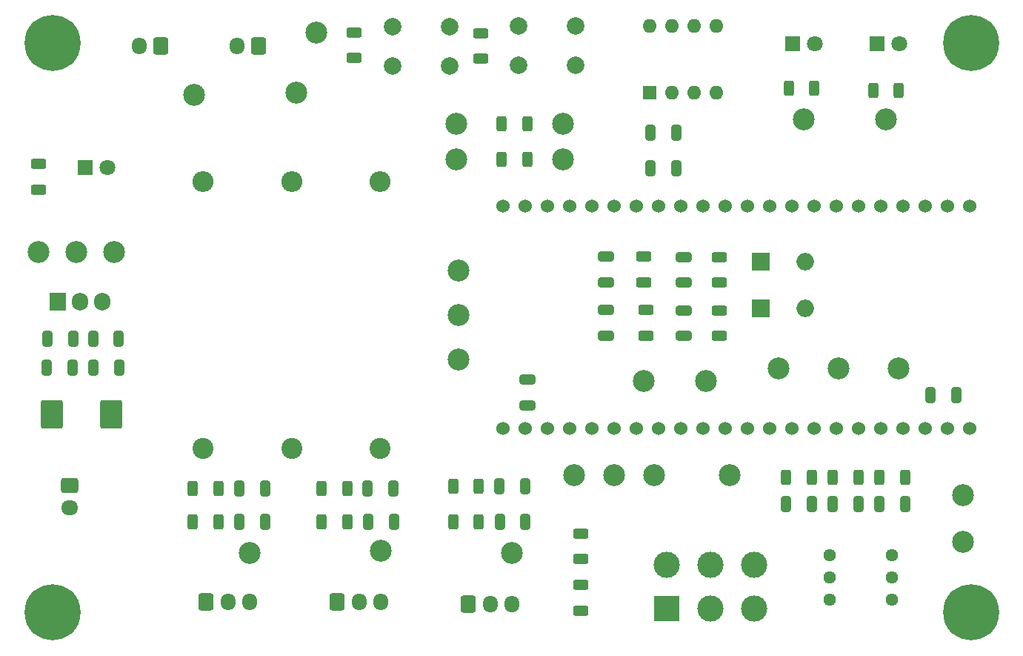
<source format=gbr>
%TF.GenerationSoftware,KiCad,Pcbnew,7.0.7*%
%TF.CreationDate,2023-11-05T16:23:14+01:00*%
%TF.ProjectId,ProstheticHandV2,50726f73-7468-4657-9469-6348616e6456,rev?*%
%TF.SameCoordinates,Original*%
%TF.FileFunction,Soldermask,Top*%
%TF.FilePolarity,Negative*%
%FSLAX46Y46*%
G04 Gerber Fmt 4.6, Leading zero omitted, Abs format (unit mm)*
G04 Created by KiCad (PCBNEW 7.0.7) date 2023-11-05 16:23:14*
%MOMM*%
%LPD*%
G01*
G04 APERTURE LIST*
G04 Aperture macros list*
%AMRoundRect*
0 Rectangle with rounded corners*
0 $1 Rounding radius*
0 $2 $3 $4 $5 $6 $7 $8 $9 X,Y pos of 4 corners*
0 Add a 4 corners polygon primitive as box body*
4,1,4,$2,$3,$4,$5,$6,$7,$8,$9,$2,$3,0*
0 Add four circle primitives for the rounded corners*
1,1,$1+$1,$2,$3*
1,1,$1+$1,$4,$5*
1,1,$1+$1,$6,$7*
1,1,$1+$1,$8,$9*
0 Add four rect primitives between the rounded corners*
20,1,$1+$1,$2,$3,$4,$5,0*
20,1,$1+$1,$4,$5,$6,$7,0*
20,1,$1+$1,$6,$7,$8,$9,0*
20,1,$1+$1,$8,$9,$2,$3,0*%
G04 Aperture macros list end*
%ADD10RoundRect,0.250000X-0.325000X-0.650000X0.325000X-0.650000X0.325000X0.650000X-0.325000X0.650000X0*%
%ADD11C,2.500000*%
%ADD12C,2.400000*%
%ADD13O,2.400000X2.400000*%
%ADD14RoundRect,0.250000X-0.600000X-0.725000X0.600000X-0.725000X0.600000X0.725000X-0.600000X0.725000X0*%
%ADD15O,1.700000X1.950000*%
%ADD16RoundRect,0.250000X0.325000X0.650000X-0.325000X0.650000X-0.325000X-0.650000X0.325000X-0.650000X0*%
%ADD17RoundRect,0.250000X0.625000X-0.312500X0.625000X0.312500X-0.625000X0.312500X-0.625000X-0.312500X0*%
%ADD18R,1.600000X1.600000*%
%ADD19O,1.600000X1.600000*%
%ADD20RoundRect,0.250000X0.312500X0.625000X-0.312500X0.625000X-0.312500X-0.625000X0.312500X-0.625000X0*%
%ADD21C,6.400000*%
%ADD22RoundRect,0.250000X0.650000X-0.325000X0.650000X0.325000X-0.650000X0.325000X-0.650000X-0.325000X0*%
%ADD23RoundRect,0.250000X1.000000X-1.400000X1.000000X1.400000X-1.000000X1.400000X-1.000000X-1.400000X0*%
%ADD24RoundRect,0.250000X-0.312500X-0.625000X0.312500X-0.625000X0.312500X0.625000X-0.312500X0.625000X0*%
%ADD25R,1.800000X1.800000*%
%ADD26C,1.800000*%
%ADD27RoundRect,0.250000X-0.625000X0.312500X-0.625000X-0.312500X0.625000X-0.312500X0.625000X0.312500X0*%
%ADD28R,2.000000X2.000000*%
%ADD29O,2.000000X2.000000*%
%ADD30C,2.000000*%
%ADD31RoundRect,0.250000X0.600000X0.725000X-0.600000X0.725000X-0.600000X-0.725000X0.600000X-0.725000X0*%
%ADD32R,3.000000X3.000000*%
%ADD33C,3.000000*%
%ADD34C,1.440000*%
%ADD35C,1.524000*%
%ADD36RoundRect,0.250000X-0.725000X0.600000X-0.725000X-0.600000X0.725000X-0.600000X0.725000X0.600000X0*%
%ADD37O,1.950000X1.700000*%
%ADD38R,1.905000X2.000000*%
%ADD39O,1.905000X2.000000*%
G04 APERTURE END LIST*
D10*
%TO.C,C17*%
X146402000Y-104648000D03*
X149352000Y-104648000D03*
%TD*%
D11*
%TO.C,TP9*%
X210886500Y-58674000D03*
%TD*%
D10*
%TO.C,C10*%
X193392000Y-64262000D03*
X196342000Y-64262000D03*
%TD*%
D12*
%TO.C,R25*%
X162442000Y-96271000D03*
D13*
X162442000Y-65791000D03*
%TD*%
D14*
%TO.C,J5*%
X142574000Y-113792000D03*
D15*
X145074000Y-113792000D03*
X147574000Y-113792000D03*
%TD*%
D16*
%TO.C,C9*%
X211787000Y-102616000D03*
X208837000Y-102616000D03*
%TD*%
D11*
%TO.C,TP26*%
X184658000Y-99314000D03*
%TD*%
%TO.C,TP20*%
X183388000Y-59182000D03*
%TD*%
D17*
%TO.C,R2*%
X123416000Y-66698800D03*
X123416000Y-63773800D03*
%TD*%
D18*
%TO.C,SW1*%
X193294000Y-55626000D03*
D19*
X195834000Y-55626000D03*
X198374000Y-55626000D03*
X200914000Y-55626000D03*
X200914000Y-48006000D03*
X198374000Y-48006000D03*
X195834000Y-48006000D03*
X193294000Y-48006000D03*
%TD*%
D20*
%TO.C,R9*%
X212090000Y-55118000D03*
X209165000Y-55118000D03*
%TD*%
D21*
%TO.C,H4*%
X230000000Y-115000000D03*
%TD*%
D11*
%TO.C,TP22*%
X147574000Y-108204000D03*
%TD*%
D22*
%TO.C,C8*%
X188288000Y-83381500D03*
X188288000Y-80431500D03*
%TD*%
D17*
%TO.C,R7*%
X192860000Y-83369000D03*
X192860000Y-80444000D03*
%TD*%
D10*
%TO.C,C20*%
X225347000Y-90170000D03*
X228297000Y-90170000D03*
%TD*%
%TO.C,C13*%
X193343000Y-60198000D03*
X196293000Y-60198000D03*
%TD*%
D16*
%TO.C,C4*%
X132593000Y-83778300D03*
X129643000Y-83778300D03*
%TD*%
D23*
%TO.C,D1*%
X124940000Y-92414300D03*
X131740000Y-92414300D03*
%TD*%
D11*
%TO.C,TP14*%
X183388000Y-63246000D03*
%TD*%
%TO.C,TP15*%
X229108000Y-101600000D03*
%TD*%
D12*
%TO.C,R22*%
X142240000Y-96271000D03*
D13*
X142240000Y-65791000D03*
%TD*%
D11*
%TO.C,TP8*%
X220284500Y-58674000D03*
%TD*%
%TO.C,TP12*%
X208026000Y-87122000D03*
%TD*%
%TO.C,TP27*%
X177546000Y-108204000D03*
%TD*%
D10*
%TO.C,C15*%
X161085000Y-104648000D03*
X164035000Y-104648000D03*
%TD*%
D11*
%TO.C,TP11*%
X202438000Y-99314000D03*
%TD*%
D24*
%TO.C,R15*%
X219517500Y-99568000D03*
X222442500Y-99568000D03*
%TD*%
D25*
%TO.C,D5*%
X219263500Y-50038000D03*
D26*
X221803500Y-50038000D03*
%TD*%
D10*
%TO.C,C11*%
X214171000Y-102616000D03*
X217121000Y-102616000D03*
%TD*%
D27*
%TO.C,R10*%
X159512000Y-48768000D03*
X159512000Y-51693000D03*
%TD*%
D10*
%TO.C,C1*%
X124407000Y-83778300D03*
X127357000Y-83778300D03*
%TD*%
D24*
%TO.C,R20*%
X141031500Y-104648000D03*
X143956500Y-104648000D03*
%TD*%
D11*
%TO.C,TP10*%
X155194000Y-48768000D03*
%TD*%
D24*
%TO.C,R12*%
X176337500Y-63246000D03*
X179262500Y-63246000D03*
%TD*%
D11*
%TO.C,TP17*%
X229108000Y-106934000D03*
%TD*%
D28*
%TO.C,D4*%
X205994000Y-74930000D03*
D29*
X211074000Y-74930000D03*
%TD*%
D17*
%TO.C,R5*%
X201242000Y-83430500D03*
X201242000Y-80505500D03*
%TD*%
D22*
%TO.C,C6*%
X197178000Y-83443000D03*
X197178000Y-80493000D03*
%TD*%
D10*
%TO.C,C12*%
X219505000Y-102616000D03*
X222455000Y-102616000D03*
%TD*%
D30*
%TO.C,SW3*%
X178308000Y-48006000D03*
X184808000Y-48006000D03*
X178308000Y-52506000D03*
X184808000Y-52506000D03*
%TD*%
D31*
%TO.C,J3*%
X137414000Y-50292000D03*
D15*
X134914000Y-50292000D03*
%TD*%
D17*
%TO.C,R1*%
X185420000Y-114808000D03*
X185420000Y-111883000D03*
%TD*%
%TO.C,R4*%
X201242000Y-77334500D03*
X201242000Y-74409500D03*
%TD*%
D32*
%TO.C,RV1*%
X195232000Y-114554000D03*
D33*
X200232000Y-114554000D03*
X205232000Y-114554000D03*
X195232000Y-109554000D03*
X200232000Y-109554000D03*
X205232000Y-109554000D03*
%TD*%
D24*
%TO.C,R13*%
X214183500Y-99568000D03*
X217108500Y-99568000D03*
%TD*%
D22*
%TO.C,C5*%
X197178000Y-77347000D03*
X197178000Y-74397000D03*
%TD*%
D30*
%TO.C,SW2*%
X163882000Y-48078000D03*
X170382000Y-48078000D03*
X163882000Y-52578000D03*
X170382000Y-52578000D03*
%TD*%
D14*
%TO.C,J4*%
X157560000Y-113792000D03*
D15*
X160060000Y-113792000D03*
X162560000Y-113792000D03*
%TD*%
D17*
%TO.C,R6*%
X192606000Y-77273000D03*
X192606000Y-74348000D03*
%TD*%
D10*
%TO.C,C16*%
X146353000Y-100838000D03*
X149303000Y-100838000D03*
%TD*%
D28*
%TO.C,D3*%
X205994000Y-80264000D03*
D29*
X211074000Y-80264000D03*
%TD*%
D24*
%TO.C,R16*%
X176337500Y-59182000D03*
X179262500Y-59182000D03*
%TD*%
D11*
%TO.C,TP19*%
X171196000Y-59182000D03*
%TD*%
D24*
%TO.C,R11*%
X208849500Y-99568000D03*
X211774500Y-99568000D03*
%TD*%
D11*
%TO.C,TP7*%
X192606000Y-88572000D03*
%TD*%
D24*
%TO.C,R18*%
X155763500Y-104648000D03*
X158688500Y-104648000D03*
%TD*%
D21*
%TO.C,H1*%
X125000000Y-50000000D03*
%TD*%
D11*
%TO.C,TP4*%
X152908000Y-55626000D03*
%TD*%
D21*
%TO.C,H3*%
X125000000Y-115000000D03*
%TD*%
D24*
%TO.C,R19*%
X141031500Y-100838000D03*
X143956500Y-100838000D03*
%TD*%
D11*
%TO.C,TP29*%
X193802000Y-99314000D03*
%TD*%
D16*
%TO.C,C3*%
X132642000Y-87080300D03*
X129692000Y-87080300D03*
%TD*%
D22*
%TO.C,C21*%
X179324000Y-91391000D03*
X179324000Y-88441000D03*
%TD*%
D34*
%TO.C,RV3*%
X220980000Y-113528000D03*
X220980000Y-110988000D03*
X220980000Y-108448000D03*
%TD*%
D22*
%TO.C,C7*%
X188288000Y-77285500D03*
X188288000Y-74335500D03*
%TD*%
D24*
%TO.C,R8*%
X218822000Y-55372000D03*
X221747000Y-55372000D03*
%TD*%
D11*
%TO.C,TP13*%
X171196000Y-63246000D03*
%TD*%
D27*
%TO.C,R14*%
X173990000Y-48829500D03*
X173990000Y-51754500D03*
%TD*%
D12*
%TO.C,R21*%
X152400000Y-96271000D03*
D13*
X152400000Y-65791000D03*
%TD*%
D14*
%TO.C,J6*%
X172546000Y-114046000D03*
D15*
X175046000Y-114046000D03*
X177546000Y-114046000D03*
%TD*%
D10*
%TO.C,C2*%
X124358000Y-87080300D03*
X127308000Y-87080300D03*
%TD*%
D24*
%TO.C,R24*%
X170811000Y-104648000D03*
X173736000Y-104648000D03*
%TD*%
D25*
%TO.C,D2*%
X128745000Y-64220300D03*
D26*
X131285000Y-64220300D03*
%TD*%
D11*
%TO.C,TP24*%
X189230000Y-99314000D03*
%TD*%
%TO.C,TP21*%
X162560000Y-107950000D03*
%TD*%
D35*
%TO.C,A1*%
X176530000Y-93980000D03*
X179070000Y-93980000D03*
X181610000Y-93980000D03*
X184150000Y-93980000D03*
X186690000Y-93980000D03*
X189230000Y-93980000D03*
X191770000Y-93980000D03*
X194310000Y-93980000D03*
X196850000Y-93980000D03*
X199390000Y-93980000D03*
X201930000Y-93980000D03*
X204470000Y-93980000D03*
X207010000Y-93980000D03*
X209550000Y-93980000D03*
X212090000Y-93980000D03*
X214630000Y-93980000D03*
X217170000Y-93980000D03*
X219710000Y-93980000D03*
X222250000Y-93980000D03*
X224790000Y-93980000D03*
X227330000Y-93980000D03*
X229870000Y-93980000D03*
X229870000Y-68580000D03*
X227330000Y-68580000D03*
X224790000Y-68580000D03*
X222250000Y-68580000D03*
X219710000Y-68580000D03*
X217170000Y-68580000D03*
X214630000Y-68580000D03*
X212090000Y-68580000D03*
X209550000Y-68580000D03*
X207010000Y-68580000D03*
X204470000Y-68580000D03*
X201930000Y-68580000D03*
X199390000Y-68580000D03*
X196850000Y-68580000D03*
X194310000Y-68580000D03*
X191770000Y-68580000D03*
X189230000Y-68580000D03*
X186690000Y-68580000D03*
X184150000Y-68580000D03*
X181610000Y-68580000D03*
X179070000Y-68580000D03*
X176530000Y-68580000D03*
%TD*%
D10*
%TO.C,C19*%
X176132500Y-104648000D03*
X179082500Y-104648000D03*
%TD*%
D31*
%TO.C,J2*%
X148570000Y-50292000D03*
D15*
X146070000Y-50292000D03*
%TD*%
D10*
%TO.C,C14*%
X161036000Y-100838000D03*
X163986000Y-100838000D03*
%TD*%
%TO.C,C18*%
X176083500Y-100584000D03*
X179033500Y-100584000D03*
%TD*%
D36*
%TO.C,J1*%
X126972000Y-100542300D03*
D37*
X126972000Y-103042300D03*
%TD*%
D34*
%TO.C,RV2*%
X213868000Y-113538000D03*
X213868000Y-110998000D03*
X213868000Y-108458000D03*
%TD*%
D11*
%TO.C,TP2*%
X132052000Y-73872300D03*
%TD*%
D38*
%TO.C,U1*%
X125628000Y-79546300D03*
D39*
X128168000Y-79546300D03*
X130708000Y-79546300D03*
%TD*%
D25*
%TO.C,D6*%
X209611500Y-50038000D03*
D26*
X212151500Y-50038000D03*
%TD*%
D11*
%TO.C,TP25*%
X171450000Y-75946000D03*
%TD*%
D24*
%TO.C,R23*%
X170811000Y-100584000D03*
X173736000Y-100584000D03*
%TD*%
D21*
%TO.C,H2*%
X230000000Y-50000000D03*
%TD*%
D24*
%TO.C,R17*%
X155763500Y-100838000D03*
X158688500Y-100838000D03*
%TD*%
D11*
%TO.C,TP3*%
X127734000Y-73872300D03*
%TD*%
%TO.C,TP28*%
X171450000Y-86106000D03*
%TD*%
%TO.C,TP18*%
X221742000Y-87122000D03*
%TD*%
%TO.C,TP6*%
X141224000Y-55880000D03*
%TD*%
%TO.C,TP5*%
X199718000Y-88572000D03*
%TD*%
%TO.C,TP16*%
X214884000Y-87122000D03*
%TD*%
%TO.C,TP23*%
X171450000Y-81026000D03*
%TD*%
%TO.C,TP1*%
X123416000Y-73872300D03*
%TD*%
D17*
%TO.C,R3*%
X185420000Y-108904500D03*
X185420000Y-105979500D03*
%TD*%
M02*

</source>
